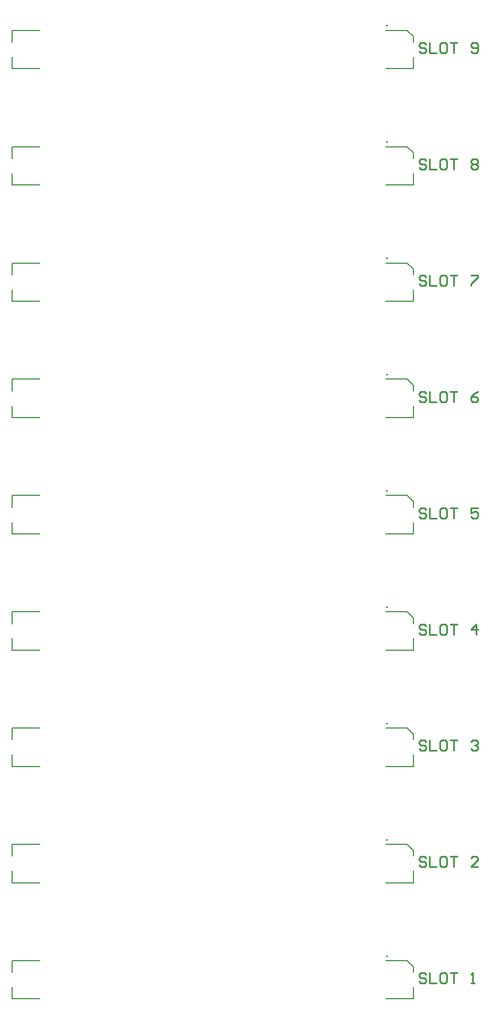
<source format=gbr>
%TF.GenerationSoftware,Altium Limited,Altium Designer,22.11.1 (43)*%
G04 Layer_Color=65535*
%FSLAX45Y45*%
%MOMM*%
%TF.SameCoordinates,189E8146-0809-41ED-80BF-86DDFA5291D0*%
%TF.FilePolarity,Positive*%
%TF.FileFunction,Legend,Top*%
%TF.Part,Single*%
G01*
G75*
%TA.AperFunction,NonConductor*%
%ADD16C,0.25400*%
%ADD25C,0.20000*%
D16*
X8108967Y14256158D02*
X8083575Y14281551D01*
X8032792D01*
X8007400Y14256158D01*
Y14230766D01*
X8032792Y14205376D01*
X8083575D01*
X8108967Y14179984D01*
Y14154591D01*
X8083575Y14129201D01*
X8032792D01*
X8007400Y14154591D01*
X8159751Y14281551D02*
Y14129201D01*
X8261318D01*
X8388277Y14281551D02*
X8337493D01*
X8312101Y14256158D01*
Y14154591D01*
X8337493Y14129201D01*
X8388277D01*
X8413669Y14154591D01*
Y14256158D01*
X8388277Y14281551D01*
X8464452D02*
X8566019D01*
X8515236D01*
Y14129201D01*
X8769154Y14154591D02*
X8794546Y14129201D01*
X8845329D01*
X8870721Y14154591D01*
Y14256158D01*
X8845329Y14281551D01*
X8794546D01*
X8769154Y14256158D01*
Y14230766D01*
X8794546Y14205376D01*
X8870721D01*
X8108967Y12546159D02*
X8083575Y12571551D01*
X8032792D01*
X8007400Y12546159D01*
Y12520767D01*
X8032792Y12495375D01*
X8083575D01*
X8108967Y12469983D01*
Y12444592D01*
X8083575Y12419200D01*
X8032792D01*
X8007400Y12444592D01*
X8159751Y12571551D02*
Y12419200D01*
X8261318D01*
X8388277Y12571551D02*
X8337493D01*
X8312101Y12546159D01*
Y12444592D01*
X8337493Y12419200D01*
X8388277D01*
X8413669Y12444592D01*
Y12546159D01*
X8388277Y12571551D01*
X8464452D02*
X8566019D01*
X8515236D01*
Y12419200D01*
X8769154Y12546159D02*
X8794546Y12571551D01*
X8845329D01*
X8870721Y12546159D01*
Y12520767D01*
X8845329Y12495375D01*
X8870721Y12469983D01*
Y12444592D01*
X8845329Y12419200D01*
X8794546D01*
X8769154Y12444592D01*
Y12469983D01*
X8794546Y12495375D01*
X8769154Y12520767D01*
Y12546159D01*
X8794546Y12495375D02*
X8845329D01*
X8108967Y10836159D02*
X8083575Y10861551D01*
X8032792D01*
X8007400Y10836159D01*
Y10810767D01*
X8032792Y10785375D01*
X8083575D01*
X8108967Y10759984D01*
Y10734592D01*
X8083575Y10709200D01*
X8032792D01*
X8007400Y10734592D01*
X8159751Y10861551D02*
Y10709200D01*
X8261318D01*
X8388277Y10861551D02*
X8337493D01*
X8312101Y10836159D01*
Y10734592D01*
X8337493Y10709200D01*
X8388277D01*
X8413669Y10734592D01*
Y10836159D01*
X8388277Y10861551D01*
X8464452D02*
X8566019D01*
X8515236D01*
Y10709200D01*
X8769154Y10861551D02*
X8870721D01*
Y10836159D01*
X8769154Y10734592D01*
Y10709200D01*
X8108967Y9126159D02*
X8083575Y9151551D01*
X8032792D01*
X8007400Y9126159D01*
Y9100767D01*
X8032792Y9075375D01*
X8083575D01*
X8108967Y9049983D01*
Y9024592D01*
X8083575Y8999200D01*
X8032792D01*
X8007400Y9024592D01*
X8159751Y9151551D02*
Y8999200D01*
X8261318D01*
X8388277Y9151551D02*
X8337493D01*
X8312101Y9126159D01*
Y9024592D01*
X8337493Y8999200D01*
X8388277D01*
X8413669Y9024592D01*
Y9126159D01*
X8388277Y9151551D01*
X8464452D02*
X8566019D01*
X8515236D01*
Y8999200D01*
X8870721Y9151551D02*
X8819937Y9126159D01*
X8769154Y9075375D01*
Y9024592D01*
X8794546Y8999200D01*
X8845329D01*
X8870721Y9024592D01*
Y9049983D01*
X8845329Y9075375D01*
X8769154D01*
X8108967Y7416159D02*
X8083575Y7441551D01*
X8032792D01*
X8007400Y7416159D01*
Y7390767D01*
X8032792Y7365375D01*
X8083575D01*
X8108967Y7339984D01*
Y7314592D01*
X8083575Y7289200D01*
X8032792D01*
X8007400Y7314592D01*
X8159751Y7441551D02*
Y7289200D01*
X8261318D01*
X8388277Y7441551D02*
X8337493D01*
X8312101Y7416159D01*
Y7314592D01*
X8337493Y7289200D01*
X8388277D01*
X8413669Y7314592D01*
Y7416159D01*
X8388277Y7441551D01*
X8464452D02*
X8566019D01*
X8515236D01*
Y7289200D01*
X8870721Y7441551D02*
X8769154D01*
Y7365375D01*
X8819937Y7390767D01*
X8845329D01*
X8870721Y7365375D01*
Y7314592D01*
X8845329Y7289200D01*
X8794546D01*
X8769154Y7314592D01*
X8108967Y5706159D02*
X8083575Y5731551D01*
X8032792D01*
X8007400Y5706159D01*
Y5680767D01*
X8032792Y5655375D01*
X8083575D01*
X8108967Y5629983D01*
Y5604592D01*
X8083575Y5579200D01*
X8032792D01*
X8007400Y5604592D01*
X8159751Y5731551D02*
Y5579200D01*
X8261318D01*
X8388277Y5731551D02*
X8337493D01*
X8312101Y5706159D01*
Y5604592D01*
X8337493Y5579200D01*
X8388277D01*
X8413669Y5604592D01*
Y5706159D01*
X8388277Y5731551D01*
X8464452D02*
X8566019D01*
X8515236D01*
Y5579200D01*
X8845329D02*
Y5731551D01*
X8769154Y5655375D01*
X8870721D01*
X8108967Y3996159D02*
X8083575Y4021551D01*
X8032792D01*
X8007400Y3996159D01*
Y3970767D01*
X8032792Y3945375D01*
X8083575D01*
X8108967Y3919984D01*
Y3894592D01*
X8083575Y3869200D01*
X8032792D01*
X8007400Y3894592D01*
X8159751Y4021551D02*
Y3869200D01*
X8261318D01*
X8388277Y4021551D02*
X8337493D01*
X8312101Y3996159D01*
Y3894592D01*
X8337493Y3869200D01*
X8388277D01*
X8413669Y3894592D01*
Y3996159D01*
X8388277Y4021551D01*
X8464452D02*
X8566019D01*
X8515236D01*
Y3869200D01*
X8769154Y3996159D02*
X8794546Y4021551D01*
X8845329D01*
X8870721Y3996159D01*
Y3970767D01*
X8845329Y3945375D01*
X8819937D01*
X8845329D01*
X8870721Y3919984D01*
Y3894592D01*
X8845329Y3869200D01*
X8794546D01*
X8769154Y3894592D01*
X8108967Y2286159D02*
X8083575Y2311551D01*
X8032792D01*
X8007400Y2286159D01*
Y2260767D01*
X8032792Y2235375D01*
X8083575D01*
X8108967Y2209983D01*
Y2184592D01*
X8083575Y2159200D01*
X8032792D01*
X8007400Y2184592D01*
X8159751Y2311551D02*
Y2159200D01*
X8261318D01*
X8388277Y2311551D02*
X8337493D01*
X8312101Y2286159D01*
Y2184592D01*
X8337493Y2159200D01*
X8388277D01*
X8413669Y2184592D01*
Y2286159D01*
X8388277Y2311551D01*
X8464452D02*
X8566019D01*
X8515236D01*
Y2159200D01*
X8870721D02*
X8769154D01*
X8870721Y2260767D01*
Y2286159D01*
X8845329Y2311551D01*
X8794546D01*
X8769154Y2286159D01*
X8108967Y576159D02*
X8083575Y601551D01*
X8032792D01*
X8007400Y576159D01*
Y550767D01*
X8032792Y525375D01*
X8083575D01*
X8108967Y499984D01*
Y474592D01*
X8083575Y449200D01*
X8032792D01*
X8007400Y474592D01*
X8159751Y601551D02*
Y449200D01*
X8261318D01*
X8388277Y601551D02*
X8337493D01*
X8312101Y576159D01*
Y474592D01*
X8337493Y449200D01*
X8388277D01*
X8413669Y474592D01*
Y576159D01*
X8388277Y601551D01*
X8464452D02*
X8566019D01*
X8515236D01*
Y449200D01*
X8769154D02*
X8819937D01*
X8794546D01*
Y601551D01*
X8769154Y576159D01*
D25*
X7543500Y14526401D02*
G03*
X7543500Y14526401I-10000J0D01*
G01*
Y12816400D02*
G03*
X7543500Y12816400I-10000J0D01*
G01*
Y11106400D02*
G03*
X7543500Y11106400I-10000J0D01*
G01*
Y9396400D02*
G03*
X7543500Y9396400I-10000J0D01*
G01*
Y7686400D02*
G03*
X7543500Y7686400I-10000J0D01*
G01*
Y5976400D02*
G03*
X7543500Y5976400I-10000J0D01*
G01*
Y4266400D02*
G03*
X7543500Y4266400I-10000J0D01*
G01*
Y2556400D02*
G03*
X7543500Y2556400I-10000J0D01*
G01*
Y846400D02*
G03*
X7543500Y846400I-10000J0D01*
G01*
X7519502Y13900003D02*
X7924002D01*
X7834198Y14460002D02*
X7924002Y14370203D01*
X7519502Y14460002D02*
X7834198D01*
X2026001D02*
X2430501D01*
X2026001Y13900003D02*
X2430501D01*
X7924002Y14289999D02*
Y14370203D01*
Y13900003D02*
Y14070000D01*
X2026001Y13900003D02*
Y14070000D01*
Y14289999D02*
Y14460002D01*
Y12580000D02*
Y12750002D01*
Y12189998D02*
Y12360001D01*
X7924002Y12189998D02*
Y12360001D01*
Y12580000D02*
Y12660198D01*
X2026001Y12189998D02*
X2430501D01*
X2026001Y12750002D02*
X2430501D01*
X7519502D02*
X7834198D01*
X7924002Y12660198D01*
X7519502Y12189998D02*
X7924002D01*
X2026001Y10870001D02*
Y11039998D01*
Y10479999D02*
Y10650002D01*
X7924002Y10479999D02*
Y10650002D01*
Y10870001D02*
Y10950199D01*
X2026001Y10479999D02*
X2430501D01*
X2026001Y11039998D02*
X2430501D01*
X7519502D02*
X7834198D01*
X7924002Y10950199D01*
X7519502Y10479999D02*
X7924002D01*
X2026001Y9160002D02*
Y9329999D01*
Y8770000D02*
Y8940002D01*
X7924002Y8770000D02*
Y8940002D01*
Y9160002D02*
Y9240200D01*
X2026001Y8770000D02*
X2430501D01*
X2026001Y9329999D02*
X2430501D01*
X7519502D02*
X7834198D01*
X7924002Y9240200D01*
X7519502Y8770000D02*
X7924002D01*
X2026001Y7449998D02*
Y7620000D01*
Y7060001D02*
Y7229998D01*
X7924002Y7060001D02*
Y7229998D01*
Y7449998D02*
Y7530201D01*
X2026001Y7060001D02*
X2430501D01*
X2026001Y7620000D02*
X2430501D01*
X7519502D02*
X7834198D01*
X7924002Y7530201D01*
X7519502Y7060001D02*
X7924002D01*
X2026001Y5739999D02*
Y5910001D01*
Y5350002D02*
Y5519999D01*
X7924002Y5350002D02*
Y5519999D01*
Y5739999D02*
Y5820202D01*
X2026001Y5350002D02*
X2430501D01*
X2026001Y5910001D02*
X2430501D01*
X7519502D02*
X7834198D01*
X7924002Y5820202D01*
X7519502Y5350002D02*
X7924002D01*
X2026001Y4030000D02*
Y4200002D01*
Y3639998D02*
Y3810000D01*
X7924002Y3639998D02*
Y3810000D01*
Y4030000D02*
Y4110203D01*
X2026001Y3639998D02*
X2430501D01*
X2026001Y4200002D02*
X2430501D01*
X7519502D02*
X7834198D01*
X7924002Y4110203D01*
X7519502Y3639998D02*
X7924002D01*
X2026001Y2320000D02*
Y2489998D01*
Y1929999D02*
Y2100001D01*
X7924002Y1929999D02*
Y2100001D01*
Y2320000D02*
Y2400198D01*
X2026001Y1929999D02*
X2430501D01*
X2026001Y2489998D02*
X2430501D01*
X7519502D02*
X7834198D01*
X7924002Y2400198D01*
X7519502Y1929999D02*
X7924002D01*
X7519502Y220000D02*
X7924002D01*
X7834198Y779998D02*
X7924002Y690199D01*
X7519502Y779998D02*
X7834198D01*
X2026001D02*
X2430501D01*
X2026001Y220000D02*
X2430501D01*
X7924002Y610001D02*
Y690199D01*
Y220000D02*
Y390002D01*
X2026001Y220000D02*
Y390002D01*
Y610001D02*
Y779998D01*
%TF.MD5,6a3cefdc67a5a1d127928deef2f26d3c*%
M02*

</source>
